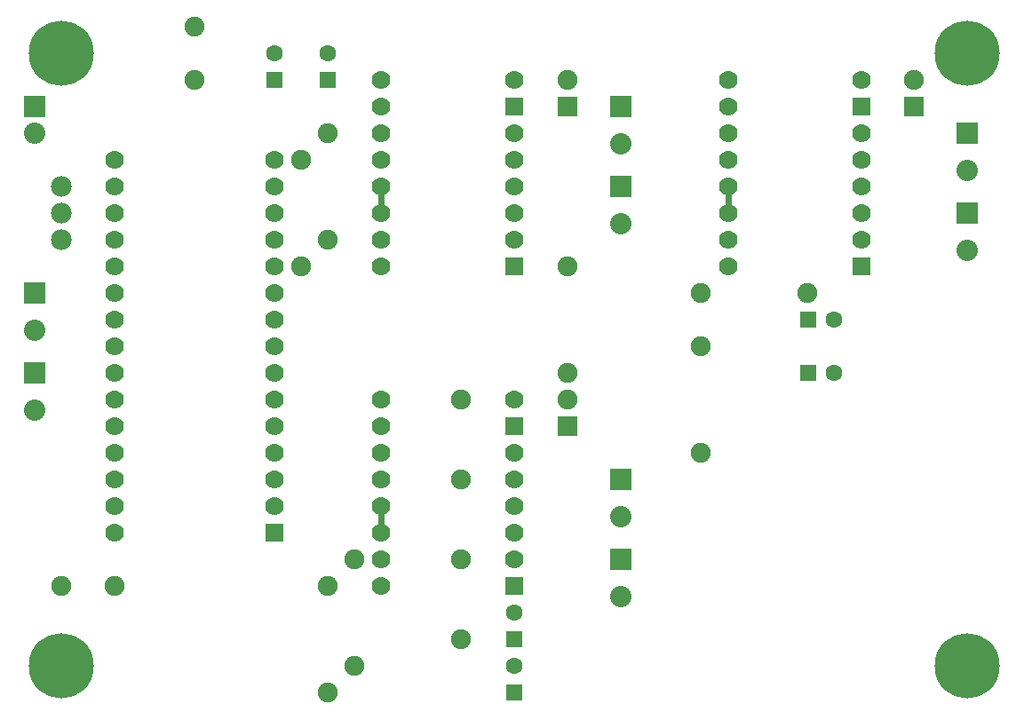
<source format=gtl>
G04 MADE WITH FRITZING*
G04 WWW.FRITZING.ORG*
G04 DOUBLE SIDED*
G04 HOLES PLATED*
G04 CONTOUR ON CENTER OF CONTOUR VECTOR*
%ASAXBY*%
%FSLAX23Y23*%
%MOIN*%
%OFA0B0*%
%SFA1.0B1.0*%
%ADD10C,0.244094*%
%ADD11C,0.075000*%
%ADD12C,0.062992*%
%ADD13C,0.070000*%
%ADD14C,0.080000*%
%ADD15C,0.078000*%
%ADD16R,0.062992X0.062992*%
%ADD17R,0.069972X0.070000*%
%ADD18R,0.070000X0.070000*%
%ADD19R,0.080000X0.080000*%
%ADD20R,0.075000X0.075000*%
%ADD21C,0.024000*%
%LNCOPPER1*%
G90*
G70*
G54D10*
X332Y269D03*
X332Y2569D03*
X3732Y2569D03*
X3732Y269D03*
G54D11*
X832Y2669D03*
X832Y2469D03*
X332Y569D03*
X532Y569D03*
X1432Y269D03*
X1432Y669D03*
X1432Y269D03*
X1432Y669D03*
X1332Y1869D03*
X1332Y2269D03*
X1332Y1869D03*
X1332Y2269D03*
X3132Y1669D03*
X2732Y1669D03*
X3132Y1669D03*
X2732Y1669D03*
G54D12*
X3134Y1569D03*
X3232Y1569D03*
X3134Y1569D03*
X3232Y1569D03*
X1332Y2471D03*
X1332Y2569D03*
X1332Y2471D03*
X1332Y2569D03*
X2032Y371D03*
X2032Y469D03*
X2032Y371D03*
X2032Y469D03*
X3134Y1369D03*
X3232Y1369D03*
X3134Y1369D03*
X3232Y1369D03*
G54D11*
X2732Y1069D03*
X2732Y1469D03*
X2732Y1069D03*
X2732Y1469D03*
G54D12*
X2032Y171D03*
X2032Y269D03*
X2032Y171D03*
X2032Y269D03*
G54D11*
X1332Y169D03*
X1332Y569D03*
X1332Y169D03*
X1332Y569D03*
G54D12*
X1132Y2471D03*
X1132Y2569D03*
X1132Y2471D03*
X1132Y2569D03*
G54D11*
X1232Y1769D03*
X1232Y2169D03*
X1232Y1769D03*
X1232Y2169D03*
G54D13*
X1132Y769D03*
X1132Y869D03*
X1132Y969D03*
X1132Y1069D03*
X1132Y1169D03*
X1132Y1269D03*
X1132Y1369D03*
X1132Y1469D03*
X1132Y1569D03*
X1132Y1669D03*
X1132Y1769D03*
X1132Y1869D03*
X1132Y1969D03*
X1132Y2069D03*
X1132Y2169D03*
X532Y769D03*
X532Y869D03*
X532Y969D03*
X532Y1069D03*
X532Y1169D03*
X532Y1269D03*
X532Y1369D03*
X532Y1469D03*
X532Y1569D03*
X532Y1669D03*
X532Y1769D03*
X532Y1869D03*
X532Y1969D03*
X532Y2069D03*
X532Y2169D03*
X1532Y2469D03*
X2032Y2469D03*
X1532Y2369D03*
X2032Y2369D03*
X1532Y2269D03*
X2032Y2269D03*
X1532Y2169D03*
X2032Y2169D03*
X1532Y2069D03*
X2032Y2069D03*
X1532Y1969D03*
X2032Y1969D03*
X1532Y1869D03*
X2032Y1869D03*
X1532Y1769D03*
X2032Y1769D03*
X1532Y1269D03*
X2032Y1269D03*
X1532Y1169D03*
X2032Y1169D03*
X1532Y1069D03*
X2032Y1069D03*
X1532Y969D03*
X2032Y969D03*
X1532Y869D03*
X2032Y869D03*
X1532Y769D03*
X2032Y769D03*
X1532Y669D03*
X2032Y669D03*
X1532Y569D03*
X2032Y569D03*
X2833Y2469D03*
X3333Y2469D03*
X2833Y2369D03*
X3333Y2369D03*
X2833Y2269D03*
X3333Y2269D03*
X2833Y2169D03*
X3333Y2169D03*
X2833Y2069D03*
X3333Y2069D03*
X2833Y1969D03*
X3333Y1969D03*
X2833Y1869D03*
X3333Y1869D03*
X2833Y1769D03*
X3333Y1769D03*
G54D14*
X232Y2369D03*
X232Y2269D03*
G54D11*
X2232Y1369D03*
X2232Y1769D03*
G54D14*
X2432Y2369D03*
X2432Y2232D03*
X2432Y2069D03*
X2432Y1932D03*
X3732Y2269D03*
X3732Y2132D03*
X3732Y1969D03*
X3732Y1832D03*
G54D11*
X3532Y2369D03*
X3532Y2469D03*
X2232Y1169D03*
X2232Y1269D03*
X2232Y2369D03*
X2232Y2469D03*
G54D14*
X2432Y969D03*
X2432Y832D03*
X2432Y669D03*
X2432Y532D03*
G54D11*
X1832Y669D03*
X1832Y369D03*
X1832Y1269D03*
X1832Y969D03*
G54D14*
X232Y1669D03*
X232Y1532D03*
X232Y1369D03*
X232Y1232D03*
G54D15*
X332Y2069D03*
X332Y1969D03*
X332Y1869D03*
G54D16*
X3134Y1569D03*
X3134Y1569D03*
X1332Y2471D03*
X1332Y2471D03*
X2032Y371D03*
X2032Y371D03*
X3134Y1369D03*
X3134Y1369D03*
X2032Y171D03*
X2032Y171D03*
X1132Y2471D03*
X1132Y2471D03*
G54D17*
X1132Y769D03*
G54D18*
X2032Y1769D03*
X2032Y2369D03*
X2032Y569D03*
X2032Y1169D03*
X3333Y1769D03*
X3333Y2369D03*
G54D19*
X232Y2369D03*
X2432Y2369D03*
X2432Y2069D03*
X3732Y2269D03*
X3732Y1969D03*
G54D20*
X3532Y2369D03*
X2232Y1169D03*
X2232Y2369D03*
G54D19*
X2432Y969D03*
X2432Y669D03*
X232Y1669D03*
X232Y1369D03*
G54D21*
X1532Y843D02*
X1532Y795D01*
D02*
X1532Y2043D02*
X1532Y1995D01*
D02*
X2833Y2042D02*
X2833Y1995D01*
G04 End of Copper1*
M02*
</source>
